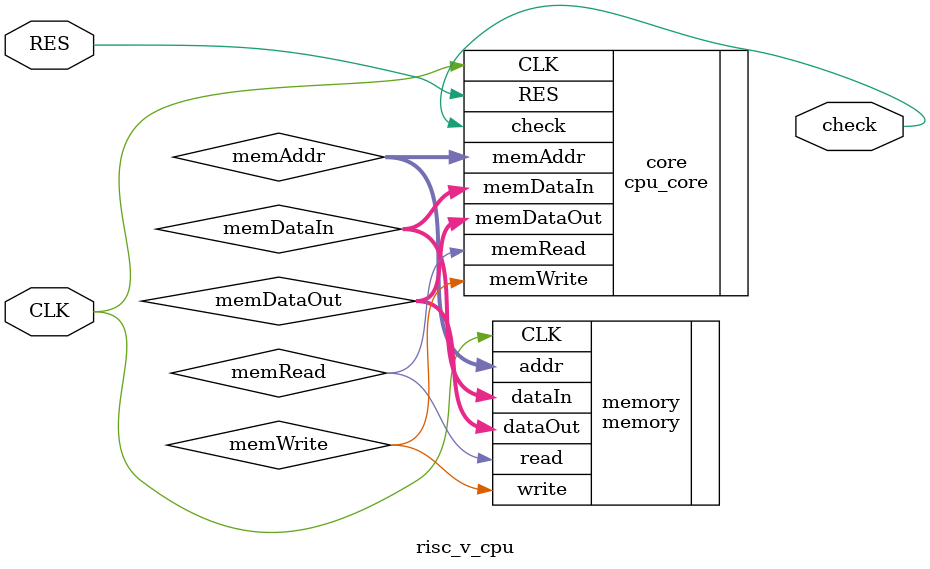
<source format=v>
`timescale 1ns / 1ps


module risc_v_cpu(
    input CLK,
    input RES,
    output check
);


cpu_core core(
    .CLK(CLK),
    .RES(RES),
    .memDataOut(memDataOut),
    .memRead(memRead),
    .memWrite(memWrite),
    .memAddr(memAddr),
    .memDataIn(memDataIn),
    .check(check)
);

wire memRead, memWrite;
wire [31:0] memAddr, memDataIn;


memory memory(
    .CLK(CLK),
    .read(memRead),
    .write(memWrite),
    .addr(memAddr),
    .dataIn(memDataIn),
    .dataOut(memDataOut)
);

wire [31:0] memDataOut;
endmodule

</source>
